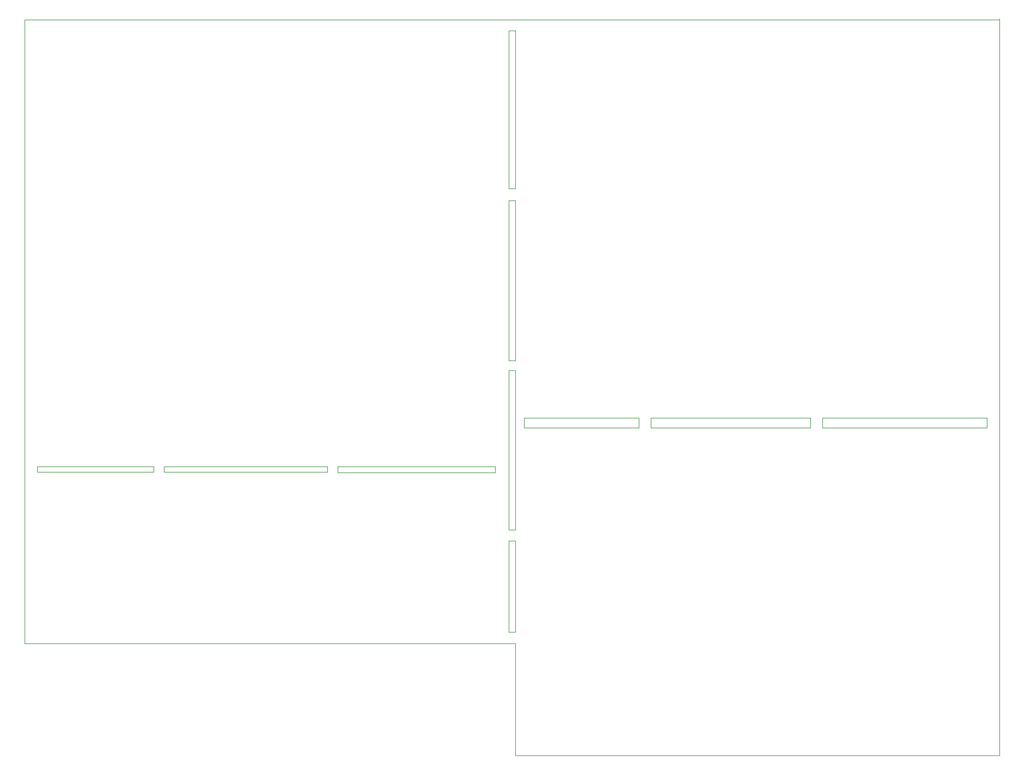
<source format=gbr>
%TF.GenerationSoftware,KiCad,Pcbnew,7.0.1*%
%TF.CreationDate,2023-03-16T09:25:58+01:00*%
%TF.ProjectId,Muons_SIPM_V2,4d756f6e-735f-4534-9950-4d5f56322e6b,rev?*%
%TF.SameCoordinates,PXc54b534PY8c10c98*%
%TF.FileFunction,Profile,NP*%
%FSLAX46Y46*%
G04 Gerber Fmt 4.6, Leading zero omitted, Abs format (unit mm)*
G04 Created by KiCad (PCBNEW 7.0.1) date 2023-03-16 09:25:58*
%MOMM*%
%LPD*%
G01*
G04 APERTURE LIST*
%TA.AperFunction,Profile*%
%ADD10C,0.100000*%
%TD*%
G04 APERTURE END LIST*
D10*
X-75997277Y33219864D02*
X-74997277Y33219864D01*
X-74997277Y19069720D01*
X-75997277Y19069720D01*
X-75997277Y33219864D01*
X-151001004Y113994609D02*
X1996Y113994609D01*
X-131078877Y43876563D02*
X-149091912Y43876563D01*
X-149091912Y44723135D01*
X-131078877Y44723135D01*
X-131078877Y43876563D01*
X-1893590Y50775609D02*
X-27367176Y50775609D01*
X-27367176Y52302228D01*
X-1893590Y52302228D01*
X-1893590Y50775609D01*
X1996Y0D02*
X-75004204Y0D01*
X-104155758Y43880885D02*
X-129397758Y43880885D01*
X-129397758Y44724963D01*
X-104155758Y44724963D01*
X-104155758Y43880885D01*
X-75995783Y59667034D02*
X-74995783Y59667034D01*
X-74995783Y34933034D01*
X-75995783Y34933034D01*
X-75995783Y59667034D01*
X-29230000Y50780478D02*
X-53964000Y50780478D01*
X-53964000Y52293053D01*
X-29230000Y52293053D01*
X-29230000Y50780478D01*
X-75998004Y112338214D02*
X-74998004Y112338214D01*
X-74998004Y87813400D01*
X-75998004Y87813400D01*
X-75998004Y112338214D01*
X-78088589Y43870249D02*
X-102538583Y43870249D01*
X-102538583Y44722794D01*
X-78088589Y44722794D01*
X-78088589Y43870249D01*
X-75004204Y17349400D02*
X-75004204Y0D01*
X-55858004Y50774381D02*
X-73626339Y50774381D01*
X-73626339Y52301001D01*
X-55858004Y52301001D01*
X-55858004Y50774381D01*
X0Y114184075D02*
X0Y0D01*
X-150998004Y17349400D02*
X-75004204Y17349400D01*
X-150998004Y17349400D02*
X-150998004Y113995200D01*
X-75998004Y85956175D02*
X-74998004Y85956175D01*
X-74998004Y61222175D01*
X-75998004Y61222175D01*
X-75998004Y85956175D01*
M02*

</source>
